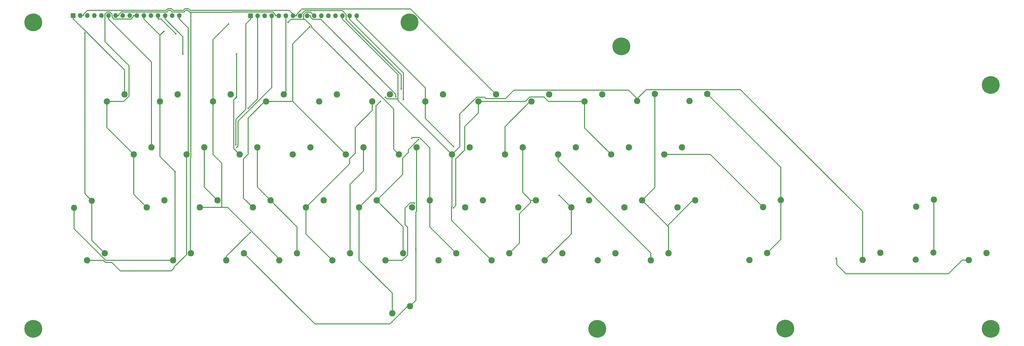
<source format=gbr>
G04 #@! TF.GenerationSoftware,KiCad,Pcbnew,(5.1.5)-3*
G04 #@! TF.CreationDate,2021-01-24T16:57:30-06:00*
G04 #@! TF.ProjectId,DragonKeyboard,44726167-6f6e-44b6-9579-626f6172642e,rev?*
G04 #@! TF.SameCoordinates,Original*
G04 #@! TF.FileFunction,Copper,L2,Bot*
G04 #@! TF.FilePolarity,Positive*
%FSLAX46Y46*%
G04 Gerber Fmt 4.6, Leading zero omitted, Abs format (unit mm)*
G04 Created by KiCad (PCBNEW (5.1.5)-3) date 2021-01-24 16:57:30*
%MOMM*%
%LPD*%
G04 APERTURE LIST*
%ADD10C,2.200000*%
%ADD11O,1.700000X1.700000*%
%ADD12R,1.700000X1.700000*%
%ADD13C,6.400000*%
%ADD14C,2.286000*%
%ADD15C,0.600000*%
%ADD16C,0.375000*%
G04 APERTURE END LIST*
D10*
X358250000Y-178840000D03*
X364600000Y-176300000D03*
D11*
X157600000Y-91100000D03*
X155060000Y-91100000D03*
X152520000Y-91100000D03*
X149980000Y-91100000D03*
X147440000Y-91100000D03*
X144900000Y-91100000D03*
X142360000Y-91100000D03*
X139820000Y-91100000D03*
X137280000Y-91100000D03*
X134740000Y-91100000D03*
X132200000Y-91100000D03*
X129660000Y-91100000D03*
X127120000Y-91100000D03*
X124580000Y-91100000D03*
X122040000Y-91100000D03*
D12*
X119500000Y-91100000D03*
D11*
X93900000Y-91000000D03*
X91360000Y-91000000D03*
X88820000Y-91000000D03*
X86280000Y-91000000D03*
X83740000Y-91000000D03*
X81200000Y-91000000D03*
X78660000Y-91000000D03*
X76120000Y-91000000D03*
X73580000Y-91000000D03*
X71040000Y-91000000D03*
X68500000Y-91000000D03*
X65960000Y-91000000D03*
X63420000Y-91000000D03*
X60880000Y-91000000D03*
X58340000Y-91000000D03*
D12*
X55800000Y-91000000D03*
D10*
X56150000Y-160140000D03*
X62500000Y-157600000D03*
D13*
X176530000Y-93472000D03*
X252603000Y-102108000D03*
X41529000Y-203708000D03*
X311404000Y-203581000D03*
X41529000Y-93472000D03*
X243967000Y-203708000D03*
X385200000Y-203700000D03*
X385200000Y-116000000D03*
D14*
X283440000Y-119220000D03*
X277090000Y-121760000D03*
X245745000Y-119380000D03*
X239395000Y-121920000D03*
X74295000Y-119380000D03*
X67945000Y-121920000D03*
X93345000Y-119380000D03*
X86995000Y-121920000D03*
X112395000Y-119380000D03*
X106045000Y-121920000D03*
X131445000Y-119380000D03*
X125095000Y-121920000D03*
X150495000Y-119380000D03*
X144145000Y-121920000D03*
X169545000Y-119380000D03*
X163195000Y-121920000D03*
X188595000Y-119380000D03*
X182245000Y-121920000D03*
X207645000Y-119380000D03*
X201295000Y-121920000D03*
X226695000Y-119380000D03*
X220345000Y-121920000D03*
X383640000Y-176420000D03*
X377290000Y-178960000D03*
X264640000Y-119220000D03*
X258290000Y-121760000D03*
X274320000Y-138430000D03*
X267970000Y-140970000D03*
X260032000Y-157480000D03*
X253682000Y-160020000D03*
X279082000Y-157480000D03*
X272732000Y-160020000D03*
X231458000Y-176530000D03*
X225108000Y-179070000D03*
X250508000Y-176530000D03*
X244158000Y-179070000D03*
X269558000Y-176530000D03*
X263208000Y-179070000D03*
X88582500Y-157480000D03*
X82232500Y-160020000D03*
X174308000Y-176530000D03*
X167958000Y-179070000D03*
X136208000Y-176530000D03*
X129858000Y-179070000D03*
X126682000Y-157480000D03*
X120332000Y-160020000D03*
X121920000Y-138430000D03*
X115570000Y-140970000D03*
X145732000Y-157480000D03*
X139382000Y-160020000D03*
X164782000Y-157480000D03*
X158432000Y-160020000D03*
X183832000Y-157480000D03*
X177482000Y-160020000D03*
X217170000Y-138430000D03*
X210820000Y-140970000D03*
X202882000Y-157480000D03*
X196532000Y-160020000D03*
X221932000Y-157480000D03*
X215582000Y-160020000D03*
X240982000Y-157480000D03*
X234632000Y-160020000D03*
X212408000Y-176530000D03*
X206058000Y-179070000D03*
X193358000Y-176530000D03*
X187008000Y-179070000D03*
X236220000Y-138430000D03*
X229870000Y-140970000D03*
X255270000Y-138430000D03*
X248920000Y-140970000D03*
X83940000Y-138420000D03*
X77590000Y-140960000D03*
X140970000Y-138430000D03*
X134620000Y-140970000D03*
X107632000Y-157480000D03*
X101282000Y-160020000D03*
X160020000Y-138430000D03*
X153670000Y-140970000D03*
X198120000Y-138430000D03*
X191770000Y-140970000D03*
X155258000Y-176530000D03*
X148908000Y-179070000D03*
X102870000Y-138430000D03*
X96520000Y-140970000D03*
X117158000Y-176530000D03*
X110808000Y-179070000D03*
X179070000Y-138430000D03*
X172720000Y-140970000D03*
X98107500Y-176530000D03*
X91757500Y-179070000D03*
X67151200Y-176530000D03*
X60801200Y-179070000D03*
X309840000Y-157420000D03*
X303490000Y-159960000D03*
X176689000Y-195580000D03*
X170339000Y-198120000D03*
X345540000Y-176320000D03*
X339190000Y-178860000D03*
X364740000Y-157220000D03*
X358390000Y-159760000D03*
X304927000Y-176403000D03*
X298577000Y-178943000D03*
D15*
X192348700Y-138140200D03*
X166176600Y-121920000D03*
X174344900Y-121229500D03*
X329600000Y-178300000D03*
X114482700Y-120362600D03*
X167940400Y-120373100D03*
X95200000Y-104900000D03*
X114482700Y-104817300D03*
X92679900Y-97481100D03*
X140719300Y-95064000D03*
X230294200Y-155682200D03*
X111606600Y-94076900D03*
X92394500Y-147104700D03*
X88382500Y-96645300D03*
X178373500Y-158517400D03*
X132935900Y-93434300D03*
X119393900Y-169069100D03*
X171684700Y-120177600D03*
X192296100Y-160201900D03*
X173609000Y-117405700D03*
X60019200Y-97285000D03*
X178843400Y-175091500D03*
X114545300Y-138430000D03*
X118644500Y-124390900D03*
X177438700Y-135145600D03*
X179753800Y-135581200D03*
X114243600Y-137479200D03*
D16*
X93900000Y-92237800D02*
X97132600Y-95470400D01*
X97132600Y-95470400D02*
X97132600Y-140357400D01*
X97132600Y-140357400D02*
X96520000Y-140970000D01*
X96520000Y-140970000D02*
X96520000Y-177007600D01*
X96520000Y-177007600D02*
X92088700Y-181438900D01*
X92088700Y-181438900D02*
X92088700Y-181791400D01*
X92088700Y-181791400D02*
X91027600Y-182852500D01*
X91027600Y-182852500D02*
X72792200Y-182852500D01*
X72792200Y-182852500D02*
X69744500Y-179804800D01*
X69744500Y-179804800D02*
X67442300Y-179804800D01*
X67442300Y-179804800D02*
X66707500Y-179070000D01*
X66707500Y-179070000D02*
X60801200Y-179070000D01*
X157600000Y-91100000D02*
X157600000Y-92337800D01*
X182245000Y-121920000D02*
X182245000Y-116982800D01*
X182245000Y-116982800D02*
X157600000Y-92337800D01*
X192348700Y-138140200D02*
X182245000Y-128036500D01*
X182245000Y-128036500D02*
X182245000Y-121920000D01*
X158432000Y-160020000D02*
X164556300Y-153895700D01*
X164556300Y-153895700D02*
X164556300Y-123540300D01*
X164556300Y-123540300D02*
X166176600Y-121920000D01*
X170339000Y-198120000D02*
X170339000Y-190850000D01*
X170339000Y-190850000D02*
X158432000Y-178943000D01*
X158432000Y-178943000D02*
X158432000Y-160020000D01*
X229870000Y-140970000D02*
X229870000Y-143119500D01*
X229870000Y-143119500D02*
X263208000Y-176457500D01*
X263208000Y-176457500D02*
X263208000Y-179070000D01*
X93900000Y-91000000D02*
X93900000Y-92237800D01*
X155060000Y-91100000D02*
X155060000Y-92337800D01*
X155060000Y-92337800D02*
X174344900Y-111622700D01*
X174344900Y-111622700D02*
X174344900Y-121229500D01*
X139382000Y-160020000D02*
X155031300Y-144370700D01*
X155031300Y-144370700D02*
X155031300Y-142590300D01*
X155031300Y-142590300D02*
X157058300Y-140563300D01*
X157058300Y-140563300D02*
X157058300Y-131276400D01*
X157058300Y-131276400D02*
X163195000Y-125139700D01*
X163195000Y-125139700D02*
X163195000Y-121920000D01*
X148908000Y-179070000D02*
X139382000Y-169544000D01*
X139382000Y-169544000D02*
X139382000Y-160020000D01*
X329899999Y-178599999D02*
X329899999Y-180599999D01*
X329600000Y-178300000D02*
X329899999Y-178599999D01*
X329899999Y-180599999D02*
X333200000Y-183900000D01*
X333200000Y-183900000D02*
X370000000Y-183900000D01*
X374940000Y-178960000D02*
X377290000Y-178960000D01*
X370000000Y-183900000D02*
X374940000Y-178960000D01*
X115570000Y-140970000D02*
X113505500Y-138905500D01*
X113505500Y-138905500D02*
X113505500Y-121339800D01*
X113505500Y-121339800D02*
X114482700Y-120362600D01*
X258290000Y-120922700D02*
X258290000Y-121760000D01*
X295371300Y-117641300D02*
X261571400Y-117641300D01*
X261571400Y-117641300D02*
X258290000Y-120922700D01*
X258290000Y-120922700D02*
X255201900Y-117834600D01*
X255201900Y-117834600D02*
X214105400Y-117834600D01*
X214105400Y-117834600D02*
X211012700Y-120927300D01*
X211012700Y-120927300D02*
X204060700Y-120927300D01*
X204060700Y-120927300D02*
X203504800Y-120371400D01*
X203504800Y-120371400D02*
X200654100Y-120371400D01*
X200654100Y-120371400D02*
X194598100Y-126427400D01*
X194598100Y-126427400D02*
X194598100Y-138141900D01*
X194598100Y-138141900D02*
X191770000Y-140970000D01*
X152520000Y-92337800D02*
X172395600Y-112213400D01*
X172395600Y-112213400D02*
X172395600Y-120975200D01*
X172395600Y-120975200D02*
X168542500Y-120975200D01*
X168542500Y-120975200D02*
X167940400Y-120373100D01*
X191770000Y-140970000D02*
X172395600Y-121595600D01*
X172395600Y-121595600D02*
X172395600Y-120975200D01*
X191770000Y-140970000D02*
X191770000Y-159755300D01*
X191770000Y-159755300D02*
X191608300Y-159917000D01*
X191608300Y-159917000D02*
X191608300Y-164620300D01*
X191608300Y-164620300D02*
X206058000Y-179070000D01*
X152520000Y-91100000D02*
X152520000Y-92337800D01*
X114482700Y-120362600D02*
X114482700Y-104817300D01*
X88820000Y-92202081D02*
X95200000Y-98582081D01*
X88820000Y-91000000D02*
X88820000Y-92202081D01*
X95200000Y-98582081D02*
X95200000Y-104900000D01*
X95200000Y-104900000D02*
X95200000Y-104900000D01*
X114482700Y-104817300D02*
X114482700Y-104817300D01*
X339190000Y-161460000D02*
X295371300Y-117641300D01*
X339190000Y-178860000D02*
X339190000Y-161460000D01*
X86280000Y-91000000D02*
X86280000Y-92237800D01*
X92679900Y-97481100D02*
X87436600Y-92237800D01*
X87436600Y-92237800D02*
X86280000Y-92237800D01*
X134620000Y-121920000D02*
X125095000Y-121920000D01*
X153670000Y-140970000D02*
X134620000Y-121920000D01*
X140719300Y-95064000D02*
X134620000Y-101163300D01*
X134620000Y-101163300D02*
X134620000Y-121920000D01*
X120332000Y-160020000D02*
X116984500Y-156672500D01*
X116984500Y-156672500D02*
X116984500Y-142537100D01*
X116984500Y-142537100D02*
X118631400Y-140890200D01*
X118631400Y-140890200D02*
X118631400Y-127877000D01*
X118631400Y-127877000D02*
X124588400Y-121920000D01*
X124588400Y-121920000D02*
X125095000Y-121920000D01*
X234632000Y-160020000D02*
X230294200Y-155682200D01*
X225108000Y-179070000D02*
X234632000Y-169546000D01*
X234632000Y-169546000D02*
X234632000Y-160020000D01*
X106045000Y-121920000D02*
X106045000Y-99638500D01*
X106045000Y-99638500D02*
X111606600Y-94076900D01*
X109170700Y-160020000D02*
X109170700Y-144064500D01*
X109170700Y-144064500D02*
X106045000Y-140938800D01*
X106045000Y-140938800D02*
X106045000Y-121920000D01*
X129858000Y-179070000D02*
X129858000Y-178560400D01*
X129858000Y-178560400D02*
X111317600Y-160020000D01*
X111317600Y-160020000D02*
X109170700Y-160020000D01*
X109170700Y-160020000D02*
X101282000Y-160020000D01*
X92394500Y-147104700D02*
X92394500Y-178433000D01*
X92394500Y-178433000D02*
X91757500Y-179070000D01*
X86995000Y-121920000D02*
X86995000Y-141705200D01*
X86995000Y-141705200D02*
X92394500Y-147104700D01*
X88382500Y-96645300D02*
X86995000Y-98032800D01*
X86995000Y-98032800D02*
X86995000Y-121920000D01*
X81200000Y-92237800D02*
X86995000Y-98032800D01*
X91757500Y-179070000D02*
X67521200Y-179070000D01*
X67521200Y-179070000D02*
X56150000Y-167698800D01*
X56150000Y-167698800D02*
X56150000Y-160140000D01*
X81200000Y-91000000D02*
X81200000Y-92237800D01*
X167958000Y-179070000D02*
X173966100Y-179070000D01*
X173966100Y-179070000D02*
X175838900Y-177197200D01*
X175838900Y-177197200D02*
X175838900Y-167147600D01*
X175838900Y-167147600D02*
X174969300Y-166278000D01*
X174969300Y-166278000D02*
X174969300Y-160286900D01*
X174969300Y-160286900D02*
X176819900Y-158436300D01*
X176819900Y-158436300D02*
X178292400Y-158436300D01*
X178292400Y-158436300D02*
X178373500Y-158517400D01*
X138549900Y-92337800D02*
X134032400Y-92337800D01*
X134032400Y-92337800D02*
X132935900Y-93434300D01*
X172720000Y-140970000D02*
X170846200Y-139096200D01*
X170846200Y-139096200D02*
X170846200Y-124634100D01*
X170846200Y-124634100D02*
X141407100Y-95195000D01*
X141407100Y-95195000D02*
X141407100Y-94779000D01*
X141407100Y-94779000D02*
X138965900Y-92337800D01*
X138965900Y-92337800D02*
X138549900Y-92337800D01*
X142360000Y-91100000D02*
X141094000Y-89834000D01*
X141094000Y-89834000D02*
X139323600Y-89834000D01*
X139323600Y-89834000D02*
X138549900Y-90607700D01*
X138549900Y-90607700D02*
X138549900Y-92337800D01*
X78660000Y-91000000D02*
X77422200Y-91000000D01*
X77422200Y-91000000D02*
X77422200Y-91464200D01*
X77422200Y-91464200D02*
X76648500Y-92237900D01*
X76648500Y-92237900D02*
X70495700Y-92237900D01*
X70495700Y-92237900D02*
X69770000Y-91512200D01*
X69770000Y-91512200D02*
X69770000Y-90509600D01*
X69770000Y-90509600D02*
X68979700Y-89719300D01*
X68979700Y-89719300D02*
X67993100Y-89719300D01*
X67993100Y-89719300D02*
X67230000Y-90482400D01*
X67230000Y-90482400D02*
X67230000Y-100423300D01*
X67230000Y-100423300D02*
X75849600Y-109042900D01*
X75849600Y-109042900D02*
X75849600Y-119990700D01*
X75849600Y-119990700D02*
X73920300Y-121920000D01*
X73920300Y-121920000D02*
X67945000Y-121920000D01*
X77590000Y-140960000D02*
X67945000Y-131315000D01*
X67945000Y-131315000D02*
X67945000Y-121920000D01*
X77590000Y-140960000D02*
X77590000Y-155377500D01*
X77590000Y-155377500D02*
X82232500Y-160020000D01*
X210820000Y-140970000D02*
X210820000Y-130951400D01*
X210820000Y-130951400D02*
X219851400Y-121920000D01*
X219851400Y-121920000D02*
X220345000Y-121920000D01*
X201295000Y-121920000D02*
X218170500Y-121920000D01*
X218170500Y-121920000D02*
X219760000Y-120330500D01*
X219760000Y-120330500D02*
X224827100Y-120330500D01*
X224827100Y-120330500D02*
X226416600Y-121920000D01*
X226416600Y-121920000D02*
X239395000Y-121920000D01*
X119393900Y-169069100D02*
X110808000Y-177655000D01*
X110808000Y-177655000D02*
X110808000Y-179070000D01*
X139820000Y-91100000D02*
X141057800Y-91100000D01*
X171684700Y-120177600D02*
X171684700Y-119325500D01*
X171684700Y-119325500D02*
X144697000Y-92337800D01*
X144697000Y-92337800D02*
X141831300Y-92337800D01*
X141831300Y-92337800D02*
X141057800Y-91564300D01*
X141057800Y-91564300D02*
X141057800Y-91100000D01*
X192296100Y-160201900D02*
X193131300Y-159366700D01*
X193131300Y-159366700D02*
X193131300Y-142590300D01*
X193131300Y-142590300D02*
X196327900Y-139393700D01*
X196327900Y-139393700D02*
X196327900Y-130997000D01*
X196327900Y-130997000D02*
X201295000Y-126029900D01*
X201295000Y-126029900D02*
X201295000Y-121920000D01*
X248920000Y-140970000D02*
X239395000Y-131445000D01*
X239395000Y-131445000D02*
X239395000Y-121920000D01*
X303490000Y-159960000D02*
X284500000Y-140970000D01*
X284500000Y-140970000D02*
X267970000Y-140970000D01*
X137280000Y-91100000D02*
X137280000Y-90998400D01*
X137280000Y-90998400D02*
X139035800Y-89242600D01*
X139035800Y-89242600D02*
X152435600Y-89242600D01*
X152435600Y-89242600D02*
X153790000Y-90597000D01*
X153790000Y-90597000D02*
X153790000Y-92475200D01*
X153790000Y-92475200D02*
X173608900Y-112294100D01*
X173608900Y-112294100D02*
X173608900Y-117405700D01*
X173608900Y-117405700D02*
X173609000Y-117405700D01*
X60019200Y-97285000D02*
X60019200Y-155119200D01*
X60019200Y-155119200D02*
X62500000Y-157600000D01*
X67151200Y-176530000D02*
X62500000Y-171878800D01*
X62500000Y-171878800D02*
X62500000Y-157600000D01*
X309840000Y-157420000D02*
X309840000Y-145620000D01*
X309840000Y-145620000D02*
X283440000Y-119220000D01*
X304927000Y-176403000D02*
X309840000Y-171490000D01*
X309840000Y-171490000D02*
X309840000Y-157420000D01*
X128422200Y-91100000D02*
X128422200Y-90635800D01*
X128422200Y-90635800D02*
X127521800Y-89735400D01*
X97352300Y-89735400D02*
X97352300Y-89497000D01*
X97352300Y-89497000D02*
X97015400Y-89160100D01*
X97015400Y-89160100D02*
X96163600Y-89160100D01*
X96163600Y-89160100D02*
X95826700Y-89497000D01*
X95826700Y-89497000D02*
X95826700Y-89735400D01*
X95826700Y-89735400D02*
X91238500Y-89735400D01*
X91238500Y-89735400D02*
X91238500Y-89497000D01*
X91238500Y-89497000D02*
X90901600Y-89160100D01*
X90901600Y-89160100D02*
X90049800Y-89160100D01*
X90049800Y-89160100D02*
X89712900Y-89497000D01*
X89712900Y-89497000D02*
X89712900Y-89568700D01*
X89712900Y-89568700D02*
X89546200Y-89735400D01*
X89546200Y-89735400D02*
X87570400Y-89735400D01*
X178843400Y-175091500D02*
X178843400Y-161640200D01*
X178843400Y-161640200D02*
X179070000Y-161413600D01*
X179070000Y-161413600D02*
X179070000Y-138430000D01*
X176689000Y-195580000D02*
X178843400Y-193425600D01*
X178843400Y-193425600D02*
X178843400Y-175091500D01*
X93403100Y-89745000D02*
X94413800Y-89745000D01*
X87570400Y-89735400D02*
X73078200Y-89735400D01*
X73078200Y-89735400D02*
X72277800Y-90535800D01*
X72277800Y-90535800D02*
X72277800Y-91000000D01*
X129660000Y-91100000D02*
X128422200Y-91100000D01*
X71040000Y-91000000D02*
X72277800Y-91000000D01*
X117158000Y-176530000D02*
X142571500Y-201943500D01*
X142571500Y-201943500D02*
X169549400Y-201943500D01*
X169549400Y-201943500D02*
X171767300Y-199725600D01*
X171767300Y-199725600D02*
X171767300Y-199673300D01*
X171767300Y-199673300D02*
X175860600Y-195580000D01*
X175860600Y-195580000D02*
X176689000Y-195580000D01*
X364740000Y-157220000D02*
X364740000Y-176160000D01*
X364740000Y-176160000D02*
X364600000Y-176300000D01*
X98051600Y-142138500D02*
X98051600Y-89851600D01*
X98051600Y-89851600D02*
X98000000Y-89800000D01*
X98000000Y-89800000D02*
X97352300Y-89735400D01*
X127521800Y-89735400D02*
X98000000Y-89800000D01*
X97891200Y-176313700D02*
X97891200Y-142298900D01*
X98107500Y-176530000D02*
X97891200Y-176313700D01*
X97891200Y-142298900D02*
X98051600Y-142138500D01*
X114545300Y-138430000D02*
X114994600Y-137980700D01*
X114994600Y-137980700D02*
X114994600Y-129013600D01*
X114994600Y-129013600D02*
X127120000Y-116888200D01*
X127120000Y-116888200D02*
X127120000Y-91100000D01*
X68500000Y-91000000D02*
X68500000Y-92237800D01*
X83940000Y-138420000D02*
X83940000Y-107677800D01*
X83940000Y-107677800D02*
X68500000Y-92237800D01*
X107632000Y-157480000D02*
X102870000Y-152718000D01*
X102870000Y-152718000D02*
X102870000Y-138430000D01*
X155258000Y-176530000D02*
X155258000Y-151677600D01*
X155258000Y-151677600D02*
X160020000Y-146915600D01*
X160020000Y-146915600D02*
X160020000Y-138430000D01*
X183832000Y-157480000D02*
X183832000Y-138621800D01*
X183832000Y-138621800D02*
X180103500Y-134893300D01*
X180103500Y-134893300D02*
X177691000Y-134893300D01*
X177691000Y-134893300D02*
X177438700Y-135145600D01*
X183832000Y-157480000D02*
X183832000Y-167004000D01*
X183832000Y-167004000D02*
X193358000Y-176530000D01*
X118644500Y-124390900D02*
X122040000Y-120995400D01*
X122040000Y-120995400D02*
X122040000Y-91100000D01*
X220027000Y-157480000D02*
X220027000Y-158275100D01*
X220027000Y-158275100D02*
X216043800Y-162258300D01*
X216043800Y-162258300D02*
X216043800Y-172894200D01*
X216043800Y-172894200D02*
X212408000Y-176530000D01*
X217170000Y-138430000D02*
X217170000Y-154623000D01*
X217170000Y-154623000D02*
X220027000Y-157480000D01*
X221932000Y-157480000D02*
X220027000Y-157480000D01*
X119500000Y-91100000D02*
X119500000Y-92337800D01*
X119500000Y-92337800D02*
X117827400Y-94010400D01*
X117827400Y-94010400D02*
X117827400Y-124724300D01*
X117827400Y-124724300D02*
X114243600Y-128308100D01*
X114243600Y-128308100D02*
X114243600Y-137479200D01*
X179753800Y-135581200D02*
X176098600Y-139236400D01*
X176098600Y-139236400D02*
X176098600Y-140291500D01*
X176098600Y-140291500D02*
X174121000Y-142269100D01*
X174121000Y-142269100D02*
X174121000Y-148141000D01*
X174121000Y-148141000D02*
X164782000Y-157480000D01*
X164782000Y-157480000D02*
X174308000Y-167006000D01*
X174308000Y-167006000D02*
X174308000Y-176530000D01*
X126682000Y-157480000D02*
X136208000Y-167006000D01*
X136208000Y-167006000D02*
X136208000Y-176530000D01*
X121920000Y-138430000D02*
X121920000Y-152718000D01*
X121920000Y-152718000D02*
X126682000Y-157480000D01*
X135338200Y-91100000D02*
X133371700Y-89133500D01*
X133371700Y-89133500D02*
X97802500Y-89133500D01*
X97802500Y-89133500D02*
X97253800Y-88584800D01*
X97253800Y-88584800D02*
X95925200Y-88584800D01*
X95925200Y-88584800D02*
X95376500Y-89133500D01*
X95376500Y-89133500D02*
X91688700Y-89133500D01*
X91688700Y-89133500D02*
X91140000Y-88584800D01*
X91140000Y-88584800D02*
X89811400Y-88584800D01*
X89811400Y-88584800D02*
X89262700Y-89133500D01*
X89262700Y-89133500D02*
X60980100Y-89133500D01*
X60980100Y-89133500D02*
X59577800Y-90535800D01*
X59577800Y-90535800D02*
X59577800Y-91000000D01*
X58340000Y-91000000D02*
X59577800Y-91000000D01*
X135338200Y-91100000D02*
X135977800Y-91100000D01*
X134740000Y-91100000D02*
X135338200Y-91100000D01*
X207645000Y-119380000D02*
X176932300Y-88667300D01*
X176932300Y-88667300D02*
X137946300Y-88667300D01*
X137946300Y-88667300D02*
X135977800Y-90635800D01*
X135977800Y-90635800D02*
X135977800Y-91100000D01*
X260032000Y-157480000D02*
X264640000Y-152872000D01*
X264640000Y-152872000D02*
X264640000Y-119220000D01*
X269177200Y-166625100D02*
X260032000Y-157480000D01*
X269558000Y-176530000D02*
X269558000Y-167006000D01*
X269558000Y-167006000D02*
X269177200Y-166625100D01*
X279082000Y-157480000D02*
X278213500Y-157480000D01*
X278213500Y-157480000D02*
X272765200Y-162928300D01*
X272765200Y-162928300D02*
X272765200Y-163037100D01*
X272765200Y-163037100D02*
X269177200Y-166625100D01*
X74295000Y-119380000D02*
X74295000Y-110588000D01*
X74295000Y-110588000D02*
X55944800Y-92237800D01*
X55944800Y-92237800D02*
X55800000Y-92237800D01*
X55800000Y-91000000D02*
X55800000Y-92237800D01*
X131445000Y-119380000D02*
X132200000Y-118625000D01*
X132200000Y-118625000D02*
X132200000Y-91100000D01*
M02*

</source>
